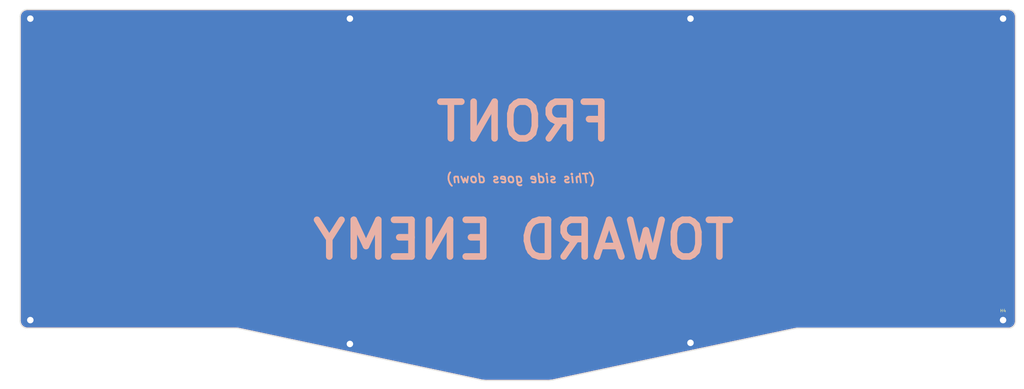
<source format=kicad_pcb>
(kicad_pcb (version 20210424) (generator pcbnew)
  (layers (0 "F.Cu" signal) (31 "B.Cu" signal) (34 "B.Paste" user) (35 "F.Paste" user) (36 "B.SilkS" user "B.Silkscreen") (37 "F.SilkS" user "F.Silkscreen") (38 "B.Mask" user) (39 "F.Mask" user) (44 "Edge.Cuts" user))
  (net 0 "")
  (net 1 "GND")
  (footprint "MountingHole:MountingHole_2.2mm_M2_Pad" (layer "F.Cu") (at 52.86375 210.185)
    (fp_text reference "H6" (at 0 0) (layer "F.SilkS"))
    (fp_text value "MountingHole_Pad")
    (pad "1" thru_hole circle locked (at 0 0) (size 4.4 4.4) (drill 2.2) (layers *.Cu *.Mask) (net 1 "GND"))
  )
  (footprint "MountingHole:MountingHole_2.2mm_M2_Pad" (layer "F.Cu") (at 383.8575 210.185)
    (fp_text reference "H4" (at 0 -3.2) (layer "F.SilkS"))
    (fp_text value "MountingHole_Pad")
    (pad "1" thru_hole circle locked (at 0 0) (size 4.4 4.4) (drill 2.2) (layers *.Cu *.Mask) (net 1 "GND"))
  )
  (footprint "MountingHole:MountingHole_2.2mm_M2_Pad" (layer "F.Cu") (at 161.6075 218.313)
    (fp_text reference "H2" (at 0 0) (layer "F.SilkS"))
    (fp_text value "MountingHole_Pad")
    (pad "1" thru_hole circle locked (at 0 0) (size 4.4 4.4) (drill 2.2) (layers *.Cu *.Mask) (net 1 "GND"))
  )
  (footprint "MountingHole:MountingHole_2.2mm_M2_Pad" (layer "F.Cu") (at 383.8575 107.47375)
    (fp_text reference "H3" (at 0 0) (layer "F.SilkS"))
    (fp_text value "MountingHole_Pad")
    (pad "1" thru_hole circle locked (at 0 0) (size 4.4 4.4) (drill 2.2) (layers *.Cu *.Mask) (net 1 "GND"))
  )
  (footprint "MountingHole:MountingHole_2.2mm_M2_Pad" (layer "F.Cu") (at 161.6075 107.47375)
    (fp_text reference "H8" (at 0 0) (layer "F.SilkS"))
    (fp_text value "MountingHole_Pad")
    (pad "1" thru_hole circle locked (at 0 0) (size 4.4 4.4) (drill 2.2) (layers *.Cu *.Mask) (net 1 "GND"))
  )
  (footprint "MountingHole:MountingHole_2.2mm_M2_Pad" (layer "F.Cu") (at 52.86375 107.47375)
    (fp_text reference "H5" (at 0 0) (layer "F.SilkS"))
    (fp_text value "MountingHole_Pad")
    (pad "1" thru_hole circle locked (at 0 0) (size 4.4 4.4) (drill 2.2) (layers *.Cu *.Mask) (net 1 "GND"))
  )
  (footprint "MountingHole:MountingHole_2.2mm_M2_Pad" (layer "F.Cu") (at 277.495 107.47375)
    (fp_text reference "H1" (at 0 0) (layer "F.SilkS"))
    (fp_text value "MountingHole_Pad")
    (pad "1" thru_hole circle locked (at 0 0) (size 4.4 4.4) (drill 2.2) (layers *.Cu *.Mask) (net 1 "GND"))
  )
  (footprint "MountingHole:MountingHole_2.2mm_M2_Pad" (layer "F.Cu") (at 277.495 217.932)
    (fp_text reference "H7" (at 0 0) (layer "F.SilkS"))
    (fp_text value "MountingHole_Pad")
    (pad "1" thru_hole circle locked (at 0 0) (size 4.4 4.4) (drill 2.2) (layers *.Cu *.Mask) (net 1 "GND"))
  )
  (gr_arc (start 314.359002 221.011669) (end 314.359002 213.011669) (angle -12) (layer "Edge.Cuts") (width 0.2))
  (gr_arc (start 122.438229 220.963669) (end 124.101523 213.138488) (angle -12) (layer "Edge.Cuts") (width 0.2))
  (gr_arc (start 207.967939 222.78612) (end 206.304646 230.611301) (angle -12) (layer "Edge.Cuts") (width 0.2))
  (gr_arc (start 51.861527 210.463669) (end 49.361527 210.463669) (angle -90) (layer "Edge.Cuts") (width 0.2))
  (gr_line (start 122.438229 212.963669) (end 51.861527 212.963669) (layer "Edge.Cuts") (width 0.2))
  (gr_arc (start 229.055114 222.78612) (end 229.055114 230.78612) (angle -12) (layer "Edge.Cuts") (width 0.2))
  (gr_line (start 207.967939 230.78612) (end 229.055114 230.78612) (layer "Edge.Cuts") (width 0.2))
  (gr_arc (start 51.861527 106.813669) (end 51.861527 104.313669) (angle -90) (layer "Edge.Cuts") (width 0.2))
  (gr_line (start 49.361527 210.463669) (end 49.361527 106.813669) (layer "Edge.Cuts") (width 0.2))
  (gr_line (start 388.160277 210.511669) (end 388.160277 106.813669) (layer "Edge.Cuts") (width 0.2))
  (gr_arc (start 385.660277 210.511669) (end 385.660277 213.011669) (angle -90) (layer "Edge.Cuts") (width 0.2))
  (gr_line (start 124.101523 213.138488) (end 206.304646 230.611301) (layer "Edge.Cuts") (width 0.2))
  (gr_line (start 385.660277 213.011669) (end 314.359002 213.011669) (layer "Edge.Cuts") (width 0.2))
  (gr_line (start 385.660277 104.313669) (end 51.861527 104.313669) (layer "Edge.Cuts") (width 0.2))
  (gr_arc (start 385.660277 106.813669) (end 388.160277 106.813669) (angle -90) (layer "Edge.Cuts") (width 0.2))
  (gr_line (start 312.695709 213.186488) (end 230.718408 230.611301) (layer "Edge.Cuts") (width 0.2))
  (gr_text "(This side goes down)" (at 219.86875 161.925) (layer "B.SilkS") (effects (font (size 3 3) (thickness 0.6) italic) (justify mirror)))
  (gr_text "FRONT\n\nTOWARD ENEMY" (at 220.6625 162.71875) (layer "B.SilkS") (effects (font (size 12.5 12.5) (thickness 2.25)) (justify mirror)))
  (zone (net 1) (net_name "GND") (layers F&B.Cu) (connect_pads yes (clearance 0.3)) (min_thickness 0.254) (fill yes (thermal_gap 0.508) (thermal_bridge_width 0.508))
    (polygon (pts (xy 391.00125 215.42375) (xy 313.21375 215.42375) (xy 229.87 233.68) (xy 204.47 233.68) (xy 122.71375 216.2175) (xy 42.545 216.2175) (xy 42.545 101.12375) (xy 391.00125 101.12375)))
  )
)
</source>
